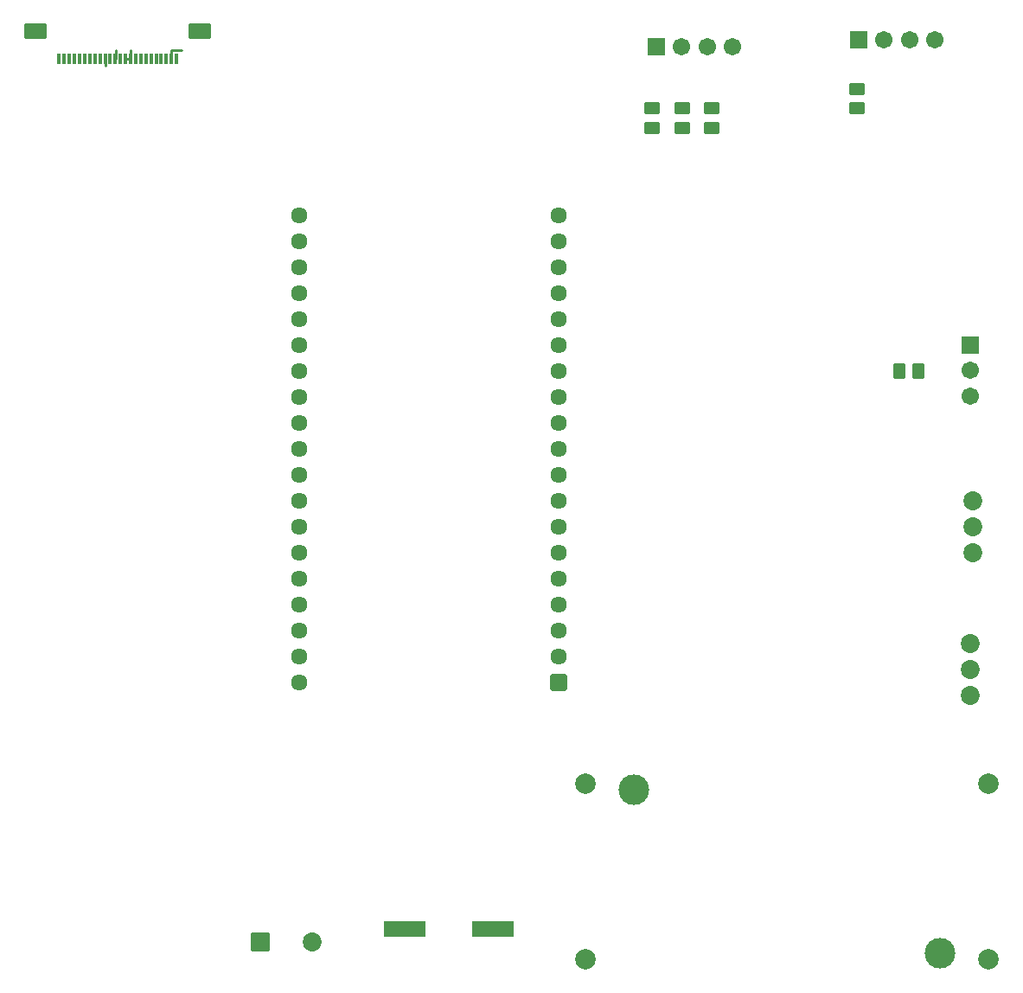
<source format=gbr>
%TF.GenerationSoftware,KiCad,Pcbnew,9.0.2*%
%TF.CreationDate,2025-07-26T16:17:08-04:00*%
%TF.ProjectId,Automated Coin Machine,4175746f-6d61-4746-9564-20436f696e20,rev?*%
%TF.SameCoordinates,Original*%
%TF.FileFunction,Soldermask,Top*%
%TF.FilePolarity,Negative*%
%FSLAX46Y46*%
G04 Gerber Fmt 4.6, Leading zero omitted, Abs format (unit mm)*
G04 Created by KiCad (PCBNEW 9.0.2) date 2025-07-26 16:17:08*
%MOMM*%
%LPD*%
G01*
G04 APERTURE LIST*
G04 Aperture macros list*
%AMRoundRect*
0 Rectangle with rounded corners*
0 $1 Rounding radius*
0 $2 $3 $4 $5 $6 $7 $8 $9 X,Y pos of 4 corners*
0 Add a 4 corners polygon primitive as box body*
4,1,4,$2,$3,$4,$5,$6,$7,$8,$9,$2,$3,0*
0 Add four circle primitives for the rounded corners*
1,1,$1+$1,$2,$3*
1,1,$1+$1,$4,$5*
1,1,$1+$1,$6,$7*
1,1,$1+$1,$8,$9*
0 Add four rect primitives between the rounded corners*
20,1,$1+$1,$2,$3,$4,$5,0*
20,1,$1+$1,$4,$5,$6,$7,0*
20,1,$1+$1,$6,$7,$8,$9,0*
20,1,$1+$1,$8,$9,$2,$3,0*%
G04 Aperture macros list end*
%ADD10RoundRect,0.140500X-0.421500X-0.651500X0.421500X-0.651500X0.421500X0.651500X-0.421500X0.651500X0*%
%ADD11RoundRect,0.140500X0.651500X-0.421500X0.651500X0.421500X-0.651500X0.421500X-0.651500X-0.421500X0*%
%ADD12C,1.854000*%
%ADD13R,0.300000X1.000000*%
%ADD14RoundRect,0.102000X1.000000X0.650000X-1.000000X0.650000X-1.000000X-0.650000X1.000000X-0.650000X0*%
%ADD15R,4.114800X1.600200*%
%ADD16RoundRect,0.102000X0.704000X0.704000X-0.704000X0.704000X-0.704000X-0.704000X0.704000X-0.704000X0*%
%ADD17C,1.612000*%
%ADD18RoundRect,0.102000X0.754000X-0.754000X0.754000X0.754000X-0.754000X0.754000X-0.754000X-0.754000X0*%
%ADD19C,1.712000*%
%ADD20RoundRect,0.102000X0.754000X0.754000X-0.754000X0.754000X-0.754000X-0.754000X0.754000X-0.754000X0*%
%ADD21RoundRect,0.102000X-0.825000X-0.825000X0.825000X-0.825000X0.825000X0.825000X-0.825000X0.825000X0*%
%ADD22C,3.000000*%
%ADD23C,2.000000*%
%ADD24C,0.250000*%
G04 APERTURE END LIST*
D10*
%TO.C,R1*%
X112045000Y-63500000D03*
X113955000Y-63500000D03*
%TD*%
D11*
%TO.C,R_BLUE1*%
X93735000Y-39690000D03*
X93735000Y-37780000D03*
%TD*%
D12*
%TO.C,J5*%
X119000000Y-95250000D03*
X119000000Y-92710000D03*
X119000000Y-90170000D03*
%TD*%
D13*
%TO.C,J1*%
X41310000Y-32930000D03*
X40810000Y-32930000D03*
X40310000Y-32930000D03*
X39810000Y-32930000D03*
X39310000Y-32930000D03*
X38810000Y-32930000D03*
X38310000Y-32930000D03*
X37810000Y-32930000D03*
X37310000Y-32930000D03*
X36810000Y-32930000D03*
X36310000Y-32930000D03*
X35810003Y-32930000D03*
X35310000Y-32930000D03*
X34810000Y-32930000D03*
X34310000Y-32930000D03*
X33810000Y-32930000D03*
X33310000Y-32930000D03*
X32810000Y-32930000D03*
X32310000Y-32930000D03*
X31810000Y-32930000D03*
X31310000Y-32930000D03*
X30810000Y-32930000D03*
X30310000Y-32930000D03*
X29810000Y-32930000D03*
D14*
X43609990Y-30230000D03*
X27510010Y-30230000D03*
%TD*%
D15*
%TO.C,C1*%
X72250300Y-118110000D03*
X63639700Y-118110000D03*
%TD*%
D16*
%TO.C,U1*%
X78740000Y-93955000D03*
D17*
X78740000Y-91415000D03*
X78740000Y-88875000D03*
X78740000Y-86335000D03*
X78740000Y-83795000D03*
X78740000Y-81255000D03*
X78740000Y-78715000D03*
X78740000Y-76175000D03*
X78740000Y-73635000D03*
X78740000Y-71095000D03*
X78740000Y-68555000D03*
X78740000Y-66015000D03*
X78740000Y-63475000D03*
X78740000Y-60935000D03*
X78740000Y-58395000D03*
X78740000Y-55855000D03*
X78740000Y-53315000D03*
X78740000Y-50775000D03*
X78740000Y-48235000D03*
X53340000Y-93955000D03*
X53340000Y-91415000D03*
X53340000Y-88875000D03*
X53340000Y-86335000D03*
X53340000Y-83795000D03*
X53340000Y-81255000D03*
X53340000Y-78715000D03*
X53340000Y-76175000D03*
X53340000Y-73635000D03*
X53340000Y-71095000D03*
X53340000Y-68555000D03*
X53340000Y-66015000D03*
X53340000Y-63475000D03*
X53340000Y-60935000D03*
X53340000Y-58395000D03*
X53340000Y-55855000D03*
X53340000Y-53315000D03*
X53340000Y-50775000D03*
X53340000Y-48235000D03*
%TD*%
D11*
%TO.C,R_RED1*%
X87875000Y-39690000D03*
X87875000Y-37780000D03*
%TD*%
D18*
%TO.C,J2*%
X119000000Y-60960000D03*
D19*
X119000000Y-63460000D03*
X119000000Y-65960000D03*
%TD*%
D12*
%TO.C,J3*%
X119250000Y-81280000D03*
X119250000Y-78740000D03*
X119250000Y-76200000D03*
%TD*%
D11*
%TO.C,R2*%
X107950000Y-37785000D03*
X107950000Y-35875000D03*
%TD*%
D20*
%TO.C,J4*%
X88265000Y-31750000D03*
D19*
X90765000Y-31750000D03*
X93265000Y-31750000D03*
X95765000Y-31750000D03*
%TD*%
D11*
%TO.C,R_GREEN1*%
X90805000Y-39690000D03*
X90805000Y-37780000D03*
%TD*%
D21*
%TO.C,P1*%
X49530000Y-119380000D03*
D12*
X54610000Y-119380000D03*
%TD*%
D20*
%TO.C,J6*%
X108070000Y-31115000D03*
D19*
X110570000Y-31115000D03*
X113070000Y-31115000D03*
X115570000Y-31115000D03*
%TD*%
D22*
%TO.C,U2*%
X86079000Y-104494000D03*
X116051000Y-120496000D03*
D23*
X81316500Y-103922500D03*
X120813500Y-103922500D03*
X81316500Y-121067500D03*
X120813500Y-121067500D03*
%TD*%
D24*
X34310000Y-32930000D02*
X34310000Y-33594190D01*
X41786000Y-32104000D02*
X40834000Y-32104000D01*
X40810000Y-32930000D02*
X40810000Y-32190000D01*
X40834000Y-32104000D02*
X40810000Y-32128000D01*
X40810000Y-32128000D02*
X40810000Y-32930000D01*
X36310000Y-32930000D02*
X36810000Y-32930000D01*
X36810000Y-32930000D02*
X36810000Y-32125000D01*
X35327816Y-32056297D02*
X35327816Y-32912184D01*
X35327816Y-32912184D02*
X35310000Y-32930000D01*
X29740000Y-33000000D02*
X29810000Y-32930000D01*
M02*

</source>
